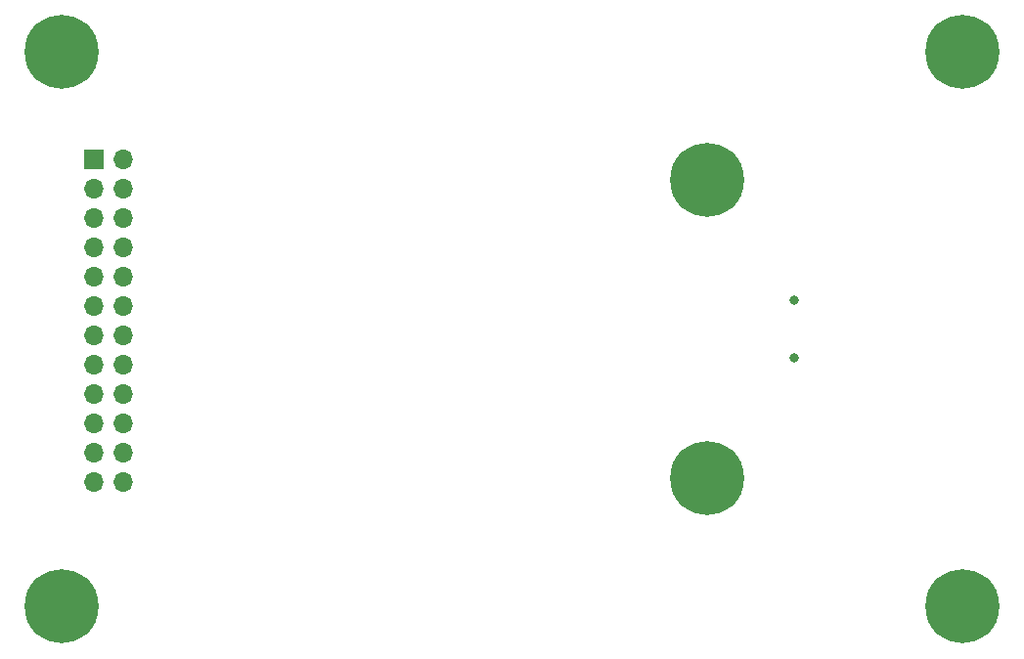
<source format=gbs>
G04 #@! TF.GenerationSoftware,KiCad,Pcbnew,(5.1.12)-1*
G04 #@! TF.CreationDate,2021-12-17T11:46:06+01:00*
G04 #@! TF.ProjectId,eth_phy_KSZ8041MLL_mezzanine,6574685f-7068-4795-9f4b-535a38303431,rev?*
G04 #@! TF.SameCoordinates,Original*
G04 #@! TF.FileFunction,Soldermask,Bot*
G04 #@! TF.FilePolarity,Negative*
%FSLAX46Y46*%
G04 Gerber Fmt 4.6, Leading zero omitted, Abs format (unit mm)*
G04 Created by KiCad (PCBNEW (5.1.12)-1) date 2021-12-17 11:46:06*
%MOMM*%
%LPD*%
G01*
G04 APERTURE LIST*
%ADD10C,0.800000*%
%ADD11O,1.700000X1.700000*%
%ADD12R,1.700000X1.700000*%
%ADD13C,6.400000*%
G04 APERTURE END LIST*
D10*
X159636820Y-102184900D03*
X159636820Y-107242300D03*
D11*
X101600000Y-117957600D03*
X99060000Y-117957600D03*
X101600000Y-115417600D03*
X99060000Y-115417600D03*
X101600000Y-112877600D03*
X99060000Y-112877600D03*
X101600000Y-110337600D03*
X99060000Y-110337600D03*
X101600000Y-107797600D03*
X99060000Y-107797600D03*
X101600000Y-105257600D03*
X99060000Y-105257600D03*
X101600000Y-102717600D03*
X99060000Y-102717600D03*
X101600000Y-100177600D03*
X99060000Y-100177600D03*
X101600000Y-97637600D03*
X99060000Y-97637600D03*
X101600000Y-95097600D03*
X99060000Y-95097600D03*
X101600000Y-92557600D03*
X99060000Y-92557600D03*
X101600000Y-90017600D03*
D12*
X99060000Y-90017600D03*
D10*
X97917056Y-79026544D03*
X96220000Y-78323600D03*
X94522944Y-79026544D03*
X93820000Y-80723600D03*
X94522944Y-82420656D03*
X96220000Y-83123600D03*
X97917056Y-82420656D03*
X98620000Y-80723600D03*
D13*
X96220000Y-80723600D03*
D10*
X175917056Y-79026544D03*
X174220000Y-78323600D03*
X172522944Y-79026544D03*
X171820000Y-80723600D03*
X172522944Y-82420656D03*
X174220000Y-83123600D03*
X175917056Y-82420656D03*
X176620000Y-80723600D03*
D13*
X174220000Y-80723600D03*
D10*
X97917056Y-127026544D03*
X96220000Y-126323600D03*
X94522944Y-127026544D03*
X93820000Y-128723600D03*
X94522944Y-130420656D03*
X96220000Y-131123600D03*
X97917056Y-130420656D03*
X98620000Y-128723600D03*
D13*
X96220000Y-128723600D03*
D10*
X175917056Y-127026544D03*
X174220000Y-126323600D03*
X172522944Y-127026544D03*
X171820000Y-128723600D03*
X172522944Y-130420656D03*
X174220000Y-131123600D03*
X175917056Y-130420656D03*
X176620000Y-128723600D03*
D13*
X174220000Y-128723600D03*
D10*
X153842256Y-90123344D03*
X152145200Y-89420400D03*
X150448144Y-90123344D03*
X149745200Y-91820400D03*
X150448144Y-93517456D03*
X152145200Y-94220400D03*
X153842256Y-93517456D03*
X154545200Y-91820400D03*
D13*
X152145200Y-91820400D03*
D10*
X153842256Y-115929744D03*
X152145200Y-115226800D03*
X150448144Y-115929744D03*
X149745200Y-117626800D03*
X150448144Y-119323856D03*
X152145200Y-120026800D03*
X153842256Y-119323856D03*
X154545200Y-117626800D03*
D13*
X152145200Y-117626800D03*
M02*

</source>
